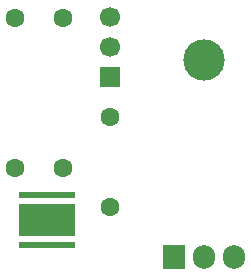
<source format=gbr>
%TF.GenerationSoftware,KiCad,Pcbnew,9.0.2*%
%TF.CreationDate,2025-06-02T21:33:08+02:00*%
%TF.ProjectId,transmitter_board,7472616e-736d-4697-9474-65725f626f61,rev?*%
%TF.SameCoordinates,Original*%
%TF.FileFunction,Soldermask,Top*%
%TF.FilePolarity,Negative*%
%FSLAX46Y46*%
G04 Gerber Fmt 4.6, Leading zero omitted, Abs format (unit mm)*
G04 Created by KiCad (PCBNEW 9.0.2) date 2025-06-02 21:33:08*
%MOMM*%
%LPD*%
G01*
G04 APERTURE LIST*
%ADD10C,1.600000*%
%ADD11C,3.500000*%
%ADD12R,1.905000X2.000000*%
%ADD13O,1.905000X2.000000*%
%ADD14R,1.700000X1.700000*%
%ADD15C,1.700000*%
%ADD16R,4.780000X0.500000*%
%ADD17R,4.780000X2.780000*%
G04 APERTURE END LIST*
D10*
%TO.C,R3*%
X51000000Y-28380000D03*
X51000000Y-36000000D03*
%TD*%
%TO.C,R2*%
X47000000Y-20000000D03*
X47000000Y-32700000D03*
%TD*%
%TO.C,R1*%
X43000000Y-20000000D03*
X43000000Y-32700000D03*
%TD*%
D11*
%TO.C,Q1*%
X59000000Y-23570000D03*
D12*
X56460000Y-40230000D03*
D13*
X59000000Y-40230000D03*
X61540000Y-40230000D03*
%TD*%
D14*
%TO.C,J1*%
X51000000Y-25000000D03*
D15*
X51000000Y-22460000D03*
X51000000Y-19920000D03*
%TD*%
D16*
%TO.C,D1*%
X45680000Y-39280000D03*
X45680000Y-35000000D03*
D17*
X45680000Y-37140000D03*
%TD*%
M02*

</source>
